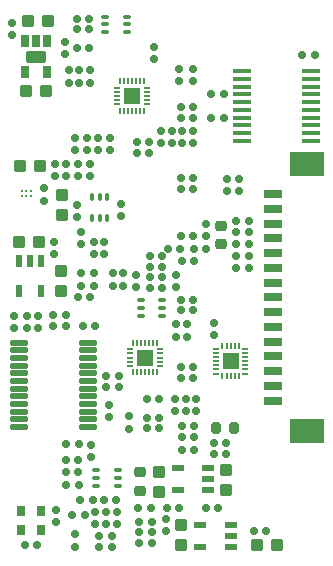
<source format=gbr>
G04*
G04 #@! TF.GenerationSoftware,Altium Limited,Altium Designer,24.9.1 (31)*
G04*
G04 Layer_Color=8421504*
%FSLAX44Y44*%
%MOMM*%
G71*
G04*
G04 #@! TF.SameCoordinates,FD4918BF-9287-427B-8844-C27258197B88*
G04*
G04*
G04 #@! TF.FilePolarity,Positive*
G04*
G01*
G75*
G04:AMPARAMS|DCode=13|XSize=0.65mm|YSize=0.6mm|CornerRadius=0.15mm|HoleSize=0mm|Usage=FLASHONLY|Rotation=0.000|XOffset=0mm|YOffset=0mm|HoleType=Round|Shape=RoundedRectangle|*
%AMROUNDEDRECTD13*
21,1,0.6500,0.3000,0,0,0.0*
21,1,0.3500,0.6000,0,0,0.0*
1,1,0.3000,0.1750,-0.1500*
1,1,0.3000,-0.1750,-0.1500*
1,1,0.3000,-0.1750,0.1500*
1,1,0.3000,0.1750,0.1500*
%
%ADD13ROUNDEDRECTD13*%
G04:AMPARAMS|DCode=14|XSize=1.1mm|YSize=1mm|CornerRadius=0.25mm|HoleSize=0mm|Usage=FLASHONLY|Rotation=0.000|XOffset=0mm|YOffset=0mm|HoleType=Round|Shape=RoundedRectangle|*
%AMROUNDEDRECTD14*
21,1,1.1000,0.5000,0,0,0.0*
21,1,0.6000,1.0000,0,0,0.0*
1,1,0.5000,0.3000,-0.2500*
1,1,0.5000,-0.3000,-0.2500*
1,1,0.5000,-0.3000,0.2500*
1,1,0.5000,0.3000,0.2500*
%
%ADD14ROUNDEDRECTD14*%
G04:AMPARAMS|DCode=15|XSize=0.65mm|YSize=0.6mm|CornerRadius=0.15mm|HoleSize=0mm|Usage=FLASHONLY|Rotation=90.000|XOffset=0mm|YOffset=0mm|HoleType=Round|Shape=RoundedRectangle|*
%AMROUNDEDRECTD15*
21,1,0.6500,0.3000,0,0,90.0*
21,1,0.3500,0.6000,0,0,90.0*
1,1,0.3000,0.1500,0.1750*
1,1,0.3000,0.1500,-0.1750*
1,1,0.3000,-0.1500,-0.1750*
1,1,0.3000,-0.1500,0.1750*
%
%ADD15ROUNDEDRECTD15*%
G04:AMPARAMS|DCode=16|XSize=1.5mm|YSize=0.45mm|CornerRadius=0.1125mm|HoleSize=0mm|Usage=FLASHONLY|Rotation=0.000|XOffset=0mm|YOffset=0mm|HoleType=Round|Shape=RoundedRectangle|*
%AMROUNDEDRECTD16*
21,1,1.5000,0.2250,0,0,0.0*
21,1,1.2750,0.4500,0,0,0.0*
1,1,0.2250,0.6375,-0.1125*
1,1,0.2250,-0.6375,-0.1125*
1,1,0.2250,-0.6375,0.1125*
1,1,0.2250,0.6375,0.1125*
%
%ADD16ROUNDEDRECTD16*%
G04:AMPARAMS|DCode=17|XSize=1.1mm|YSize=0.6mm|CornerRadius=0.05mm|HoleSize=0mm|Usage=FLASHONLY|Rotation=270.000|XOffset=0mm|YOffset=0mm|HoleType=Round|Shape=RoundedRectangle|*
%AMROUNDEDRECTD17*
21,1,1.1000,0.5000,0,0,270.0*
21,1,1.0000,0.6000,0,0,270.0*
1,1,0.1000,-0.2500,-0.5000*
1,1,0.1000,-0.2500,0.5000*
1,1,0.1000,0.2500,0.5000*
1,1,0.1000,0.2500,-0.5000*
%
%ADD17ROUNDEDRECTD17*%
G04:AMPARAMS|DCode=18|XSize=0.975mm|YSize=1.7mm|CornerRadius=0.05mm|HoleSize=0mm|Usage=FLASHONLY|Rotation=270.000|XOffset=0mm|YOffset=0mm|HoleType=Round|Shape=RoundedRectangle|*
%AMROUNDEDRECTD18*
21,1,0.9750,1.6000,0,0,270.0*
21,1,0.8750,1.7000,0,0,270.0*
1,1,0.1000,-0.8000,-0.4375*
1,1,0.1000,-0.8000,0.4375*
1,1,0.1000,0.8000,0.4375*
1,1,0.1000,0.8000,-0.4375*
%
%ADD18ROUNDEDRECTD18*%
G04:AMPARAMS|DCode=19|XSize=0.3mm|YSize=0.66mm|CornerRadius=0.075mm|HoleSize=0mm|Usage=FLASHONLY|Rotation=90.000|XOffset=0mm|YOffset=0mm|HoleType=Round|Shape=RoundedRectangle|*
%AMROUNDEDRECTD19*
21,1,0.3000,0.5100,0,0,90.0*
21,1,0.1500,0.6600,0,0,90.0*
1,1,0.1500,0.2550,0.0750*
1,1,0.1500,0.2550,-0.0750*
1,1,0.1500,-0.2550,-0.0750*
1,1,0.1500,-0.2550,0.0750*
%
%ADD19ROUNDEDRECTD19*%
%ADD20R,0.6096X0.1778*%
%ADD21R,0.1778X0.6096*%
%ADD22R,1.4478X1.4478*%
G04:AMPARAMS|DCode=23|XSize=1.1mm|YSize=1mm|CornerRadius=0.25mm|HoleSize=0mm|Usage=FLASHONLY|Rotation=90.000|XOffset=0mm|YOffset=0mm|HoleType=Round|Shape=RoundedRectangle|*
%AMROUNDEDRECTD23*
21,1,1.1000,0.5000,0,0,90.0*
21,1,0.6000,1.0000,0,0,90.0*
1,1,0.5000,0.2500,0.3000*
1,1,0.5000,0.2500,-0.3000*
1,1,0.5000,-0.2500,-0.3000*
1,1,0.5000,-0.2500,0.3000*
%
%ADD23ROUNDEDRECTD23*%
G04:AMPARAMS|DCode=24|XSize=0.3mm|YSize=0.66mm|CornerRadius=0.075mm|HoleSize=0mm|Usage=FLASHONLY|Rotation=0.000|XOffset=0mm|YOffset=0mm|HoleType=Round|Shape=RoundedRectangle|*
%AMROUNDEDRECTD24*
21,1,0.3000,0.5100,0,0,0.0*
21,1,0.1500,0.6600,0,0,0.0*
1,1,0.1500,0.0750,-0.2550*
1,1,0.1500,-0.0750,-0.2550*
1,1,0.1500,-0.0750,0.2550*
1,1,0.1500,0.0750,0.2550*
%
%ADD24ROUNDEDRECTD24*%
G04:AMPARAMS|DCode=25|XSize=0.95mm|YSize=0.85mm|CornerRadius=0.2125mm|HoleSize=0mm|Usage=FLASHONLY|Rotation=180.000|XOffset=0mm|YOffset=0mm|HoleType=Round|Shape=RoundedRectangle|*
%AMROUNDEDRECTD25*
21,1,0.9500,0.4250,0,0,180.0*
21,1,0.5250,0.8500,0,0,180.0*
1,1,0.4250,-0.2625,0.2125*
1,1,0.4250,0.2625,0.2125*
1,1,0.4250,0.2625,-0.2125*
1,1,0.4250,-0.2625,-0.2125*
%
%ADD25ROUNDEDRECTD25*%
%ADD26C,0.2000*%
%ADD27R,0.6000X1.1000*%
%ADD28R,1.4478X1.4478*%
G04:AMPARAMS|DCode=29|XSize=0.95mm|YSize=0.85mm|CornerRadius=0.2125mm|HoleSize=0mm|Usage=FLASHONLY|Rotation=270.000|XOffset=0mm|YOffset=0mm|HoleType=Round|Shape=RoundedRectangle|*
%AMROUNDEDRECTD29*
21,1,0.9500,0.4250,0,0,270.0*
21,1,0.5250,0.8500,0,0,270.0*
1,1,0.4250,-0.2125,-0.2625*
1,1,0.4250,-0.2125,0.2625*
1,1,0.4250,0.2125,0.2625*
1,1,0.4250,0.2125,-0.2625*
%
%ADD29ROUNDEDRECTD29*%
%ADD30R,1.1000X0.6000*%
G04:AMPARAMS|DCode=31|XSize=1.5mm|YSize=0.4mm|CornerRadius=0.1mm|HoleSize=0mm|Usage=FLASHONLY|Rotation=0.000|XOffset=0mm|YOffset=0mm|HoleType=Round|Shape=RoundedRectangle|*
%AMROUNDEDRECTD31*
21,1,1.5000,0.2000,0,0,0.0*
21,1,1.3000,0.4000,0,0,0.0*
1,1,0.2000,0.6500,-0.1000*
1,1,0.2000,-0.6500,-0.1000*
1,1,0.2000,-0.6500,0.1000*
1,1,0.2000,0.6500,0.1000*
%
%ADD31ROUNDEDRECTD31*%
%ADD32R,1.6000X0.8000*%
%ADD33R,3.0000X2.1000*%
%ADD34R,0.6500X0.8500*%
D13*
X261250Y425000D02*
D03*
X250750D02*
D03*
X64750Y196000D02*
D03*
X75250D02*
D03*
X220250Y22000D02*
D03*
X209750D02*
D03*
X122250Y42000D02*
D03*
X111750D02*
D03*
X123250Y12000D02*
D03*
X112750D02*
D03*
X123250Y21000D02*
D03*
X112750D02*
D03*
X66250Y36000D02*
D03*
X55750D02*
D03*
X50750Y61000D02*
D03*
X61250D02*
D03*
X186250Y87000D02*
D03*
X175750D02*
D03*
X186250Y97000D02*
D03*
X175750D02*
D03*
X129250Y118000D02*
D03*
X118750D02*
D03*
Y109000D02*
D03*
X129250D02*
D03*
X121750Y237000D02*
D03*
X132250D02*
D03*
X121750Y228000D02*
D03*
X132250D02*
D03*
Y246000D02*
D03*
X121750D02*
D03*
X132250Y255000D02*
D03*
X121750D02*
D03*
X110575Y351265D02*
D03*
X121075D02*
D03*
X110575Y342266D02*
D03*
X121075D02*
D03*
X70250Y431000D02*
D03*
X59750D02*
D03*
X70296Y455864D02*
D03*
X59796D02*
D03*
X184250Y392000D02*
D03*
X173750D02*
D03*
X184250Y372000D02*
D03*
X173750D02*
D03*
X205250Y245000D02*
D03*
X194750D02*
D03*
X205250Y255000D02*
D03*
X194750D02*
D03*
X205250Y265000D02*
D03*
X194750D02*
D03*
X205250Y275000D02*
D03*
X194750D02*
D03*
X205250Y285000D02*
D03*
X194750D02*
D03*
X61250Y96000D02*
D03*
X50750D02*
D03*
X73250Y48000D02*
D03*
X62750D02*
D03*
X82750D02*
D03*
X93250D02*
D03*
X112750Y30000D02*
D03*
X123250D02*
D03*
X147750Y161000D02*
D03*
X158250D02*
D03*
X147750Y152000D02*
D03*
X158250D02*
D03*
X84750Y144000D02*
D03*
X95250D02*
D03*
Y153000D02*
D03*
X84750D02*
D03*
X159250Y111000D02*
D03*
X148750D02*
D03*
X158250Y381000D02*
D03*
X147750D02*
D03*
X158250Y209000D02*
D03*
X147750D02*
D03*
X50250Y205000D02*
D03*
X39750D02*
D03*
X158750Y261000D02*
D03*
X169250D02*
D03*
X158250Y272000D02*
D03*
X147750D02*
D03*
X158250Y321000D02*
D03*
X147750D02*
D03*
Y372000D02*
D03*
X158250D02*
D03*
X168750Y42000D02*
D03*
X179250D02*
D03*
X159250Y91000D02*
D03*
X148750D02*
D03*
X158250Y218000D02*
D03*
X147750D02*
D03*
X159250Y102000D02*
D03*
X148750D02*
D03*
X118750Y134000D02*
D03*
X129250D02*
D03*
X26000Y10000D02*
D03*
X15500D02*
D03*
X17250Y204000D02*
D03*
X6750D02*
D03*
X17250Y194000D02*
D03*
X6750D02*
D03*
X136750Y261000D02*
D03*
X147250D02*
D03*
X78750Y18000D02*
D03*
X89250D02*
D03*
X39750Y196000D02*
D03*
X50250D02*
D03*
X60750Y220000D02*
D03*
X71250D02*
D03*
X148750Y251000D02*
D03*
X159250D02*
D03*
X59796Y446864D02*
D03*
X70296D02*
D03*
X147750Y312000D02*
D03*
X158250D02*
D03*
X146250Y42000D02*
D03*
X135750D02*
D03*
X78750Y9000D02*
D03*
X89250D02*
D03*
D14*
X212500Y10000D02*
D03*
X229500D02*
D03*
X35500Y454000D02*
D03*
X18500D02*
D03*
X33500Y395000D02*
D03*
X16500D02*
D03*
X28500Y331000D02*
D03*
X11500D02*
D03*
X10500Y267000D02*
D03*
X27500D02*
D03*
D15*
X72000Y84750D02*
D03*
Y95250D02*
D03*
X176000Y187750D02*
D03*
Y198250D02*
D03*
X169000Y282250D02*
D03*
Y271750D02*
D03*
X110000Y228750D02*
D03*
Y239250D02*
D03*
X63000Y275250D02*
D03*
Y264750D02*
D03*
X74000Y256750D02*
D03*
Y267250D02*
D03*
X60000Y298250D02*
D03*
Y287750D02*
D03*
X50000Y425750D02*
D03*
Y436250D02*
D03*
X158000Y402750D02*
D03*
Y413250D02*
D03*
X197000Y320250D02*
D03*
Y309750D02*
D03*
X187000Y320250D02*
D03*
Y309750D02*
D03*
X144000Y186750D02*
D03*
Y197250D02*
D03*
X32000Y312250D02*
D03*
Y301750D02*
D03*
X87000Y118750D02*
D03*
Y129250D02*
D03*
X83000Y256750D02*
D03*
Y267250D02*
D03*
X135000Y32250D02*
D03*
Y21750D02*
D03*
X99000Y229750D02*
D03*
Y240250D02*
D03*
X143000Y123750D02*
D03*
Y134250D02*
D03*
X152000Y123750D02*
D03*
Y134250D02*
D03*
X149000Y361250D02*
D03*
Y350750D02*
D03*
X90000Y240250D02*
D03*
Y229750D02*
D03*
X104000Y119250D02*
D03*
Y108750D02*
D03*
X74000Y229750D02*
D03*
Y240250D02*
D03*
X84500Y38250D02*
D03*
Y27750D02*
D03*
X93500D02*
D03*
Y38250D02*
D03*
X58000Y19250D02*
D03*
Y8750D02*
D03*
X61000Y82250D02*
D03*
Y71750D02*
D03*
X51000D02*
D03*
Y82250D02*
D03*
X144000Y228750D02*
D03*
Y239250D02*
D03*
X78000Y344750D02*
D03*
Y355250D02*
D03*
X61000Y322750D02*
D03*
Y333250D02*
D03*
X53000Y401750D02*
D03*
Y412250D02*
D03*
X71000Y401750D02*
D03*
Y412250D02*
D03*
X63000Y240250D02*
D03*
Y229750D02*
D03*
X71000Y333250D02*
D03*
Y322750D02*
D03*
X146000Y413250D02*
D03*
Y402750D02*
D03*
X140000Y361250D02*
D03*
Y350750D02*
D03*
X88000Y344750D02*
D03*
Y355250D02*
D03*
X58000D02*
D03*
Y344750D02*
D03*
X41000Y322750D02*
D03*
Y333250D02*
D03*
X40000Y256750D02*
D03*
Y267250D02*
D03*
X5000Y441750D02*
D03*
Y452250D02*
D03*
X68000Y344750D02*
D03*
Y355250D02*
D03*
X27000Y204250D02*
D03*
Y193750D02*
D03*
X97000Y288750D02*
D03*
Y299250D02*
D03*
X125000Y432250D02*
D03*
Y421750D02*
D03*
X51000Y333250D02*
D03*
Y322750D02*
D03*
X62000Y412250D02*
D03*
Y401750D02*
D03*
X131000Y361250D02*
D03*
Y350750D02*
D03*
X158000D02*
D03*
Y361250D02*
D03*
X75500Y38250D02*
D03*
Y27750D02*
D03*
X161000Y123750D02*
D03*
Y134250D02*
D03*
X153000Y186750D02*
D03*
Y197250D02*
D03*
X42000Y40250D02*
D03*
Y29750D02*
D03*
D16*
X11000Y181750D02*
D03*
X69000D02*
D03*
Y175250D02*
D03*
Y168750D02*
D03*
Y162250D02*
D03*
Y155750D02*
D03*
Y149250D02*
D03*
Y142750D02*
D03*
Y136250D02*
D03*
Y129750D02*
D03*
Y123250D02*
D03*
Y116750D02*
D03*
Y110250D02*
D03*
X11000D02*
D03*
Y116750D02*
D03*
Y123250D02*
D03*
Y129750D02*
D03*
Y136250D02*
D03*
Y142750D02*
D03*
Y149250D02*
D03*
Y155750D02*
D03*
Y162250D02*
D03*
Y168750D02*
D03*
Y175250D02*
D03*
D17*
X34500Y437000D02*
D03*
X25000D02*
D03*
X15500D02*
D03*
Y411000D02*
D03*
X34500D02*
D03*
D18*
X25000Y423375D02*
D03*
D19*
X84000Y444500D02*
D03*
Y451000D02*
D03*
Y457500D02*
D03*
X102400Y444500D02*
D03*
Y451000D02*
D03*
Y457500D02*
D03*
X132200Y217500D02*
D03*
Y211000D02*
D03*
Y204500D02*
D03*
X113800Y217500D02*
D03*
Y211000D02*
D03*
Y204500D02*
D03*
X94200Y73500D02*
D03*
Y67000D02*
D03*
Y60500D02*
D03*
X75800Y73500D02*
D03*
Y67000D02*
D03*
Y60500D02*
D03*
D20*
X94000Y397500D02*
D03*
Y394000D02*
D03*
Y390500D02*
D03*
Y387000D02*
D03*
Y383500D02*
D03*
X119000D02*
D03*
Y387000D02*
D03*
Y390500D02*
D03*
Y394000D02*
D03*
Y397500D02*
D03*
X105000Y176000D02*
D03*
Y172500D02*
D03*
Y169000D02*
D03*
Y165500D02*
D03*
Y162000D02*
D03*
X130000D02*
D03*
Y165500D02*
D03*
Y169000D02*
D03*
Y172500D02*
D03*
Y176000D02*
D03*
X177500Y155500D02*
D03*
Y159000D02*
D03*
Y162500D02*
D03*
Y166000D02*
D03*
Y169500D02*
D03*
Y173000D02*
D03*
Y176500D02*
D03*
X202500D02*
D03*
Y173000D02*
D03*
Y169500D02*
D03*
Y166000D02*
D03*
Y162500D02*
D03*
Y159000D02*
D03*
Y155500D02*
D03*
D21*
X96000Y378000D02*
D03*
X99500D02*
D03*
X103000D02*
D03*
X106500D02*
D03*
X110000D02*
D03*
X113500D02*
D03*
X117000D02*
D03*
Y403000D02*
D03*
X113500D02*
D03*
X110000D02*
D03*
X106500D02*
D03*
X103000D02*
D03*
X99500D02*
D03*
X96000D02*
D03*
X107000Y156500D02*
D03*
X110500D02*
D03*
X114000D02*
D03*
X117500D02*
D03*
X121000D02*
D03*
X124500D02*
D03*
X128000D02*
D03*
Y181500D02*
D03*
X124500D02*
D03*
X121000D02*
D03*
X117500D02*
D03*
X114000D02*
D03*
X110500D02*
D03*
X107000D02*
D03*
X183000Y178500D02*
D03*
X186500D02*
D03*
X190000D02*
D03*
X193500D02*
D03*
X197000D02*
D03*
Y153500D02*
D03*
X193500D02*
D03*
X190000D02*
D03*
X186500D02*
D03*
X183000D02*
D03*
D22*
X106500Y390500D02*
D03*
X117500Y169000D02*
D03*
D23*
X47000Y289500D02*
D03*
Y306500D02*
D03*
X46000Y225000D02*
D03*
Y242000D02*
D03*
X186000Y56500D02*
D03*
Y73500D02*
D03*
X129006Y55502D02*
D03*
Y72502D02*
D03*
X148000Y27500D02*
D03*
Y10500D02*
D03*
D24*
X85500Y286800D02*
D03*
X79000D02*
D03*
X72500D02*
D03*
X85500Y305200D02*
D03*
X79000D02*
D03*
X72500D02*
D03*
D25*
X182000Y265250D02*
D03*
Y280750D02*
D03*
X113000Y71750D02*
D03*
Y56250D02*
D03*
D26*
X13000Y306000D02*
D03*
X17000D02*
D03*
X21000D02*
D03*
Y310000D02*
D03*
X17000D02*
D03*
X13000D02*
D03*
D27*
X29500Y251000D02*
D03*
X20000D02*
D03*
X10500D02*
D03*
Y225000D02*
D03*
X29500D02*
D03*
D28*
X190000Y166000D02*
D03*
D29*
X177250Y109000D02*
D03*
X192750D02*
D03*
D30*
X190005Y8502D02*
D03*
Y18002D02*
D03*
Y27502D02*
D03*
X164005D02*
D03*
Y8502D02*
D03*
X145006Y56502D02*
D03*
Y75502D02*
D03*
X171006D02*
D03*
Y66002D02*
D03*
Y56502D02*
D03*
D31*
X258000Y411250D02*
D03*
Y404750D02*
D03*
Y398250D02*
D03*
Y391750D02*
D03*
Y385250D02*
D03*
Y378750D02*
D03*
Y372250D02*
D03*
Y365750D02*
D03*
Y359250D02*
D03*
Y352750D02*
D03*
X200000Y352750D02*
D03*
Y359250D02*
D03*
Y365750D02*
D03*
Y372250D02*
D03*
Y378750D02*
D03*
Y385250D02*
D03*
Y391750D02*
D03*
Y398250D02*
D03*
Y404750D02*
D03*
Y411250D02*
D03*
D32*
X226000Y132500D02*
D03*
Y145000D02*
D03*
Y157500D02*
D03*
Y170000D02*
D03*
Y182500D02*
D03*
Y195000D02*
D03*
Y207500D02*
D03*
Y220000D02*
D03*
Y232500D02*
D03*
Y245000D02*
D03*
Y257500D02*
D03*
Y270000D02*
D03*
Y282500D02*
D03*
Y295000D02*
D03*
Y307500D02*
D03*
D33*
X255000Y333000D02*
D03*
Y107000D02*
D03*
D34*
X29250Y23250D02*
D03*
X12750D02*
D03*
Y38750D02*
D03*
X29250D02*
D03*
M02*

</source>
